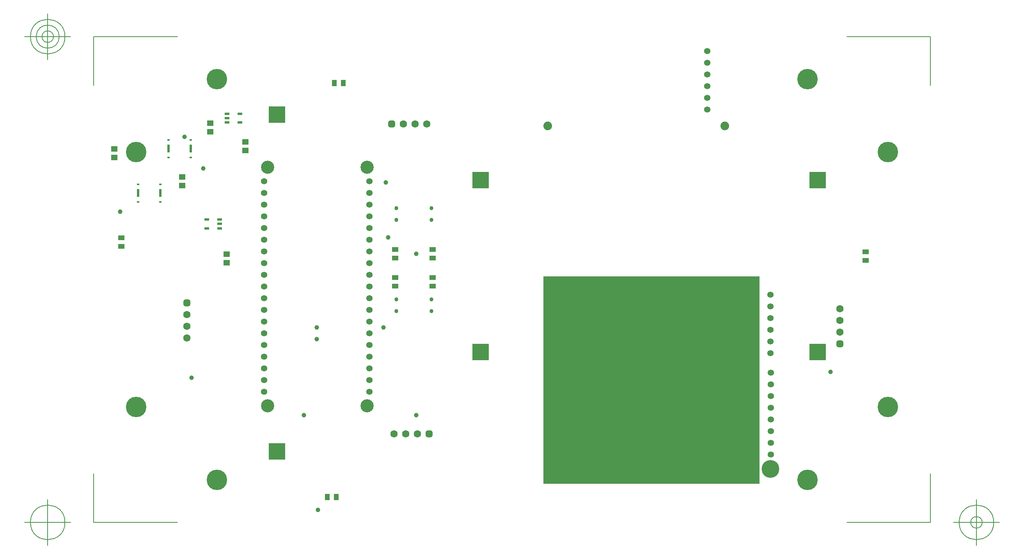
<source format=gbr>
G04 Generated by Ultiboard 14.2 *
%FSLAX24Y24*%
%MOIN*%

%ADD10C,0.0001*%
%ADD11C,0.0050*%
%ADD12C,0.0394*%
%ADD13C,0.1750*%
%ADD14R,1.8504X1.7717*%
%ADD15C,0.0337*%
%ADD16C,0.0633*%
%ADD17R,0.0208X0.0208*%
%ADD18C,0.0392*%
%ADD19R,0.0413X0.0551*%
%ADD20C,0.0534*%
%ADD21C,0.1518*%
%ADD22R,0.1430X0.1430*%
%ADD23C,0.1124*%
%ADD24R,0.0571X0.0453*%
%ADD25R,0.0433X0.0236*%
%ADD26R,0.0236X0.0657*%
%ADD27R,0.0236X0.0157*%
%ADD28C,0.0740*%
%ADD29R,0.0551X0.0413*%


G04 ColorRGB FF00CC for the following layer *
%LNSolder Mask Top*%
%LPD*%
G54D10*
G54D11*
X-35743Y-20768D02*
X-35743Y-16614D01*
X-35743Y-20768D02*
X-28594Y-20768D01*
X35743Y-20768D02*
X28594Y-20768D01*
X35743Y-20768D02*
X35743Y-16614D01*
X35743Y20768D02*
X35743Y16614D01*
X35743Y20768D02*
X28594Y20768D01*
X-35743Y20768D02*
X-28594Y20768D01*
X-35743Y20768D02*
X-35743Y16614D01*
X-37711Y-20768D02*
X-41648Y-20768D01*
X-39680Y-22736D02*
X-39680Y-18799D01*
X-41156Y-20768D02*
G75*
D01*
G02X-41156Y-20768I1476J0*
G01*
X37711Y-20768D02*
X41648Y-20768D01*
X39680Y-22736D02*
X39680Y-18799D01*
X38203Y-20768D02*
G75*
D01*
G02X38203Y-20768I1477J0*
G01*
X39188Y-20768D02*
G75*
D01*
G02X39188Y-20768I492J0*
G01*
X-37711Y20768D02*
X-41648Y20768D01*
X-39680Y18799D02*
X-39680Y22736D01*
X-41156Y20768D02*
G75*
D01*
G02X-41156Y20768I1476J0*
G01*
X-40664Y20768D02*
G75*
D01*
G02X-40664Y20768I984J0*
G01*
X-40172Y20768D02*
G75*
D01*
G02X-40172Y20768I492J0*
G01*
G54D12*
X-33500Y5800D03*
X-26400Y9500D03*
X-27400Y-8400D03*
X-16600Y-19700D03*
X27200Y-7900D03*
X-10600Y3600D03*
X-10800Y8300D03*
X-11000Y-4100D03*
X-16700Y-4100D03*
X-16700Y-5100D03*
X-17800Y-11600D03*
X-28000Y12200D03*
X-8200Y2200D03*
X-8200Y-11600D03*
G54D13*
X-25240Y17140D03*
X25240Y17140D03*
X32110Y10890D03*
X32110Y-10890D03*
X-32110Y10890D03*
X-25240Y-17140D03*
X25240Y-17140D03*
X-32110Y-10890D03*
G54D14*
X11900Y-8600D03*
G54D15*
X-9900Y-1700D03*
X-9900Y-2700D03*
X-6900Y-1700D03*
X-6900Y-2700D03*
X-6900Y5100D03*
X-6900Y6100D03*
X-9900Y5100D03*
X-9900Y6100D03*
G54D16*
X-8300Y13300D03*
X-9300Y13300D03*
X-7300Y13300D03*
X-27800Y-4000D03*
X-27800Y-3000D03*
X-27800Y-5000D03*
X28000Y-3500D03*
X28000Y-4500D03*
X28000Y-2500D03*
X-9096Y-13196D03*
X-8096Y-13196D03*
X-10096Y-13196D03*
G54D17*
X-10300Y13300D03*
X-27800Y-2000D03*
X28000Y-5500D03*
X-7096Y-13196D03*
G54D18*
X-10404Y13196D02*
X-10196Y13196D01*
X-10196Y13404D01*
X-10404Y13404D01*
X-10404Y13196D01*D02*
X-27904Y-2104D02*
X-27696Y-2104D01*
X-27696Y-1896D01*
X-27904Y-1896D01*
X-27904Y-2104D01*D02*
X27896Y-5604D02*
X28104Y-5604D01*
X28104Y-5396D01*
X27896Y-5396D01*
X27896Y-5604D01*D02*
X-7200Y-13300D02*
X-6992Y-13300D01*
X-6992Y-13092D01*
X-7200Y-13092D01*
X-7200Y-13300D01*D02*
G54D19*
X-15774Y-18600D03*
X-15026Y-18600D03*
X-15174Y16800D03*
X-14426Y16800D03*
G54D20*
X22100Y-7955D03*
X22100Y-8955D03*
X22100Y-9955D03*
X22100Y-10955D03*
X22100Y-11955D03*
X22100Y-12955D03*
X22100Y-13955D03*
X22100Y-14955D03*
X22092Y-6314D03*
X22092Y-5314D03*
X22092Y-4314D03*
X22092Y-3314D03*
X22092Y-2314D03*
X22092Y-1314D03*
X-12200Y-9600D03*
X-12200Y-8600D03*
X-12200Y-7600D03*
X-12200Y-6600D03*
X-12200Y-5600D03*
X-12200Y-4600D03*
X-12200Y-3600D03*
X-12200Y-2600D03*
X-12200Y-1600D03*
X-12200Y-600D03*
X-12200Y400D03*
X-12200Y1400D03*
X-12200Y2400D03*
X-12200Y3400D03*
X-12200Y4400D03*
X-12200Y5400D03*
X-12200Y6400D03*
X-12200Y7400D03*
X-12200Y8400D03*
X-21200Y-9600D03*
X-21200Y-8600D03*
X-21200Y-7600D03*
X-21200Y-6600D03*
X-21200Y-5600D03*
X-21200Y-4600D03*
X-21200Y-3600D03*
X-21200Y-2600D03*
X-21200Y-1600D03*
X-21200Y-600D03*
X-21200Y400D03*
X-21200Y1400D03*
X-21200Y2400D03*
X-21200Y3400D03*
X-21200Y4400D03*
X-21200Y5400D03*
X-21200Y6400D03*
X-21200Y7400D03*
X-21200Y8400D03*
X16660Y14540D03*
X16660Y15540D03*
X16660Y16540D03*
X16660Y17540D03*
X16660Y18540D03*
X16660Y19540D03*
G54D21*
X22092Y-16195D03*
G54D22*
X-20100Y-14700D03*
X-20100Y14100D03*
X-2700Y-6200D03*
X26100Y-6200D03*
X26100Y8500D03*
X-2700Y8500D03*
G54D23*
X-12400Y-10800D03*
X-20900Y-10800D03*
X-20900Y9600D03*
X-12400Y9600D03*
G54D24*
X-22800Y11754D03*
X-22800Y11046D03*
X-25800Y13354D03*
X-25800Y12646D03*
X-24400Y1446D03*
X-24400Y2154D03*
X-28200Y8754D03*
X-28200Y8046D03*
X-34000Y10446D03*
X-34000Y11154D03*
G54D25*
X-23249Y13426D03*
X-23249Y14174D03*
X-24351Y13800D03*
X-24351Y14180D03*
X-24351Y13420D03*
X-26106Y5129D03*
X-26106Y4381D03*
X-25004Y4755D03*
X-25004Y4375D03*
X-25004Y5135D03*
G54D26*
X-29345Y11200D03*
X-27455Y11200D03*
X-31945Y7400D03*
X-30055Y7400D03*
G54D27*
X-29345Y10450D03*
X-29345Y11950D03*
X-27455Y11950D03*
X-27455Y10450D03*
X-31945Y6650D03*
X-30055Y6650D03*
X-31945Y8150D03*
X-30055Y8150D03*
G54D28*
X18173Y13148D03*
X3027Y13148D03*
G54D29*
X-10000Y-574D03*
X-10000Y174D03*
X-6800Y-574D03*
X-6800Y174D03*
X-6800Y1826D03*
X-6800Y2574D03*
X-10000Y1826D03*
X-10000Y2574D03*
X30200Y1626D03*
X30200Y2374D03*
X-33400Y2826D03*
X-33400Y3574D03*

M02*

</source>
